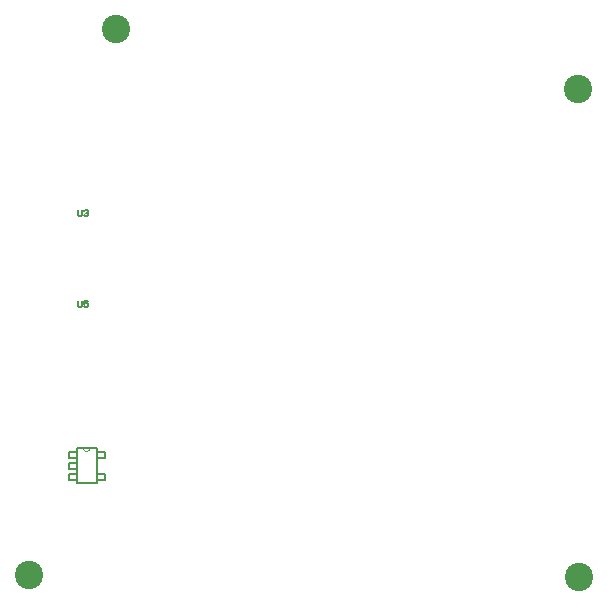
<source format=gm1>
G04*
G04 #@! TF.GenerationSoftware,Altium Limited,Altium Designer,18.0.11 (651)*
G04*
G04 Layer_Color=16711935*
%FSLAX25Y25*%
%MOIN*%
G70*
G01*
G75*
%ADD10C,0.00000*%
%ADD12C,0.00600*%
%ADD17C,0.00500*%
%ADD70C,0.09449*%
D10*
X27147Y-149612D02*
G03*
X29546Y-149612I1200J0D01*
G01*
D12*
X24947Y-161412D02*
X31747D01*
Y-160212D01*
Y-158212D01*
Y-152812D01*
X29546Y-149612D02*
X31747D01*
X27147D02*
X29546D01*
X24947D02*
X27147D01*
X24947Y-150812D02*
Y-149612D01*
Y-152812D02*
Y-150812D01*
Y-154512D02*
Y-152812D01*
Y-156512D02*
Y-154512D01*
Y-158212D02*
Y-156512D01*
X22446Y-150812D02*
X24947D01*
X22446Y-152812D02*
Y-150812D01*
Y-152812D02*
X24947D01*
X22446Y-154512D02*
X24947D01*
X22446Y-156512D02*
Y-154512D01*
Y-156512D02*
X24947D01*
Y-161412D02*
Y-160212D01*
Y-158212D01*
X22446D02*
X24947D01*
X22446Y-160212D02*
Y-158212D01*
Y-160212D02*
X24947D01*
X31747D02*
X34247D01*
Y-158212D01*
X31747D02*
X34247D01*
X31747Y-150812D02*
Y-149612D01*
Y-152812D02*
Y-150812D01*
Y-152812D02*
X34247D01*
Y-150812D01*
X31747D02*
X34247D01*
D17*
X25375Y-70324D02*
Y-71990D01*
X25708Y-72324D01*
X26375D01*
X26708Y-71990D01*
Y-70324D01*
X27374Y-70657D02*
X27708Y-70324D01*
X28374D01*
X28707Y-70657D01*
Y-70991D01*
X28374Y-71324D01*
X28041D01*
X28374D01*
X28707Y-71657D01*
Y-71990D01*
X28374Y-72324D01*
X27708D01*
X27374Y-71990D01*
X25568Y-100796D02*
Y-102462D01*
X25901Y-102796D01*
X26568D01*
X26901Y-102462D01*
Y-100796D01*
X28900D02*
X27567D01*
Y-101796D01*
X28234Y-101463D01*
X28567D01*
X28900Y-101796D01*
Y-102462D01*
X28567Y-102796D01*
X27901D01*
X27567Y-102462D01*
D70*
X192320Y-192770D02*
D03*
X191980Y-29960D02*
D03*
X8960Y-192020D02*
D03*
X38010Y-9830D02*
D03*
M02*

</source>
